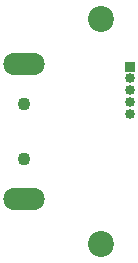
<source format=gbr>
%TF.GenerationSoftware,KiCad,Pcbnew,9.0.7*%
%TF.CreationDate,2026-02-16T22:31:36-05:00*%
%TF.ProjectId,Primis_Versipellis,5072696d-6973-45f5-9665-72736970656c,rev?*%
%TF.SameCoordinates,Original*%
%TF.FileFunction,Soldermask,Bot*%
%TF.FilePolarity,Negative*%
%FSLAX46Y46*%
G04 Gerber Fmt 4.6, Leading zero omitted, Abs format (unit mm)*
G04 Created by KiCad (PCBNEW 9.0.7) date 2026-02-16 22:31:36*
%MOMM*%
%LPD*%
G01*
G04 APERTURE LIST*
%ADD10C,1.100000*%
%ADD11O,3.500000X1.900000*%
%ADD12R,0.850000X0.850000*%
%ADD13C,0.850000*%
%ADD14C,2.200000*%
G04 APERTURE END LIST*
D10*
%TO.C,J2*%
X127500000Y-71800000D03*
X127500000Y-67200000D03*
D11*
X127500000Y-75200000D03*
X127500000Y-63800000D03*
%TD*%
D12*
%TO.C,J3*%
X136500000Y-64000000D03*
D13*
X136500000Y-65000000D03*
X136500000Y-66000000D03*
X136500000Y-67000000D03*
X136500000Y-68000000D03*
%TD*%
D14*
%TO.C,H2*%
X134000000Y-60000000D03*
%TD*%
%TO.C,H1*%
X134000000Y-79000000D03*
%TD*%
M02*

</source>
